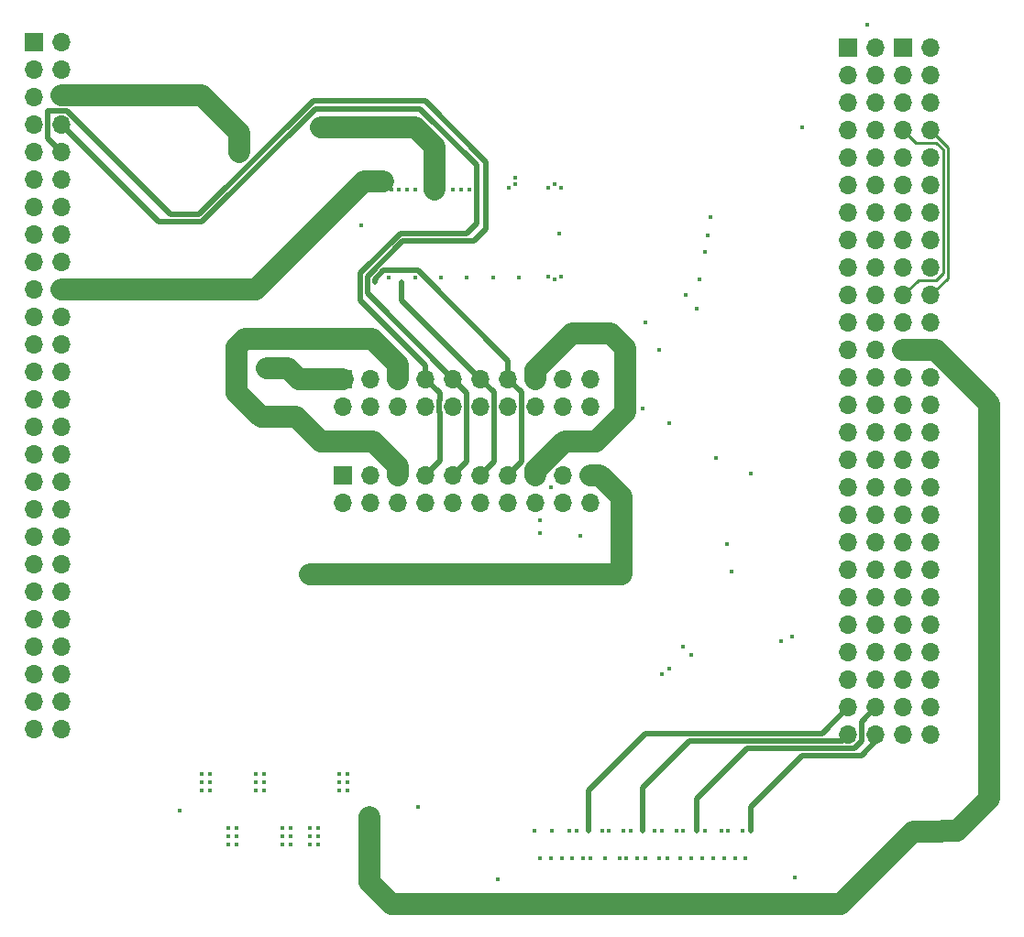
<source format=gbr>
%TF.GenerationSoftware,KiCad,Pcbnew,7.0.8*%
%TF.CreationDate,2024-04-10T10:35:42+02:00*%
%TF.ProjectId,ESLGSU_Adapter,45534c47-5355-45f4-9164-61707465722e,rev?*%
%TF.SameCoordinates,Original*%
%TF.FileFunction,Copper,L3,Inr*%
%TF.FilePolarity,Positive*%
%FSLAX46Y46*%
G04 Gerber Fmt 4.6, Leading zero omitted, Abs format (unit mm)*
G04 Created by KiCad (PCBNEW 7.0.8) date 2024-04-10 10:35:42*
%MOMM*%
%LPD*%
G01*
G04 APERTURE LIST*
%TA.AperFunction,ComponentPad*%
%ADD10R,1.700000X1.700000*%
%TD*%
%TA.AperFunction,ComponentPad*%
%ADD11O,1.700000X1.700000*%
%TD*%
%TA.AperFunction,ViaPad*%
%ADD12C,0.450000*%
%TD*%
%TA.AperFunction,Conductor*%
%ADD13C,0.254000*%
%TD*%
%TA.AperFunction,Conductor*%
%ADD14C,0.508000*%
%TD*%
%TA.AperFunction,Conductor*%
%ADD15C,2.000000*%
%TD*%
G04 APERTURE END LIST*
D10*
%TO.N,/CAN1_L*%
%TO.C,J5*%
X122245000Y-55890000D03*
D11*
%TO.N,unconnected-(J5-Pin_2-Pad2)*%
X124785000Y-55890000D03*
%TO.N,/CAN1_H*%
X122245000Y-58430000D03*
%TO.N,unconnected-(J5-Pin_4-Pad4)*%
X124785000Y-58430000D03*
%TO.N,unconnected-(J5-Pin_5-Pad5)*%
X122245000Y-60970000D03*
%TO.N,unconnected-(J5-Pin_6-Pad6)*%
X124785000Y-60970000D03*
%TO.N,unconnected-(J5-Pin_7-Pad7)*%
X122245000Y-63510000D03*
%TO.N,unconnected-(J5-Pin_8-Pad8)*%
X124785000Y-63510000D03*
%TO.N,unconnected-(J5-Pin_9-Pad9)*%
X122245000Y-66050000D03*
%TO.N,unconnected-(J5-Pin_10-Pad10)*%
X124785000Y-66050000D03*
%TO.N,unconnected-(J5-Pin_11-Pad11)*%
X122245000Y-68590000D03*
%TO.N,unconnected-(J5-Pin_12-Pad12)*%
X124785000Y-68590000D03*
%TO.N,/RS4851_A*%
X122245000Y-71130000D03*
%TO.N,/RS4852_A*%
X124785000Y-71130000D03*
%TO.N,/RS4851_B*%
X122245000Y-73670000D03*
%TO.N,/RS4852_B*%
X124785000Y-73670000D03*
%TO.N,unconnected-(J5-Pin_17-Pad17)*%
X122245000Y-76210000D03*
%TO.N,unconnected-(J5-Pin_18-Pad18)*%
X124785000Y-76210000D03*
%TO.N,/UART1_TX*%
X122245000Y-78750000D03*
%TO.N,/UART1_RX*%
X124785000Y-78750000D03*
%TO.N,/I2C1_SCL*%
X122245000Y-81290000D03*
%TO.N,unconnected-(J5-Pin_22-Pad22)*%
X124785000Y-81290000D03*
%TO.N,/I2C1_SDA*%
X122245000Y-83830000D03*
%TO.N,unconnected-(J5-Pin_24-Pad24)*%
X124785000Y-83830000D03*
%TO.N,/GPIO_1*%
X122245000Y-86370000D03*
X124785000Y-86370000D03*
%TO.N,unconnected-(J5-Pin_27-Pad27)*%
X122245000Y-88910000D03*
%TO.N,unconnected-(J5-Pin_28-Pad28)*%
X124785000Y-88910000D03*
%TO.N,unconnected-(J5-Pin_29-Pad29)*%
X122245000Y-91450000D03*
%TO.N,unconnected-(J5-Pin_30-Pad30)*%
X124785000Y-91450000D03*
%TO.N,unconnected-(J5-Pin_31-Pad31)*%
X122245000Y-93990000D03*
%TO.N,unconnected-(J5-Pin_32-Pad32)*%
X124785000Y-93990000D03*
%TO.N,/GPIO_2*%
X122245000Y-96530000D03*
%TO.N,GND*%
X124785000Y-96530000D03*
%TO.N,/GPIO_3*%
X122245000Y-99070000D03*
%TO.N,unconnected-(J5-Pin_36-Pad36)*%
X124785000Y-99070000D03*
%TO.N,/GPIO_4*%
X122245000Y-101610000D03*
%TO.N,unconnected-(J5-Pin_38-Pad38)*%
X124785000Y-101610000D03*
%TO.N,/UART2_TX*%
X122245000Y-104150000D03*
%TO.N,/UART2_RX*%
X124785000Y-104150000D03*
%TO.N,/I2C2_SDA*%
X122245000Y-106690000D03*
%TO.N,unconnected-(J5-Pin_42-Pad42)*%
X124785000Y-106690000D03*
%TO.N,/I2C2_SCL*%
X122245000Y-109230000D03*
%TO.N,unconnected-(J5-Pin_44-Pad44)*%
X124785000Y-109230000D03*
%TO.N,unconnected-(J5-Pin_45-Pad45)*%
X122245000Y-111770000D03*
%TO.N,unconnected-(J5-Pin_46-Pad46)*%
X124785000Y-111770000D03*
%TO.N,unconnected-(J5-Pin_47-Pad47)*%
X122245000Y-114310000D03*
%TO.N,unconnected-(J5-Pin_48-Pad48)*%
X124785000Y-114310000D03*
%TO.N,/5V_S2*%
X122245000Y-116850000D03*
%TO.N,/3V3_S2*%
X124785000Y-116850000D03*
%TO.N,/5V_S1*%
X122245000Y-119390000D03*
%TO.N,/3V3_S1*%
X124785000Y-119390000D03*
%TD*%
D10*
%TO.N,/CAN2_L*%
%TO.C,J6*%
X127325000Y-55890000D03*
D11*
%TO.N,unconnected-(J6-Pin_2-Pad2)*%
X129865000Y-55890000D03*
%TO.N,/CAN2_H*%
X127325000Y-58430000D03*
%TO.N,unconnected-(J6-Pin_4-Pad4)*%
X129865000Y-58430000D03*
%TO.N,/GPIO_5*%
X127325000Y-60970000D03*
%TO.N,/GPIO_6*%
X129865000Y-60970000D03*
%TO.N,/GPIO_7*%
X127325000Y-63510000D03*
%TO.N,/GPIO_8*%
X129865000Y-63510000D03*
%TO.N,/SPI1_MISO*%
X127325000Y-66050000D03*
%TO.N,/SPI1_MOSI*%
X129865000Y-66050000D03*
%TO.N,/SPI1_SCK*%
X127325000Y-68590000D03*
%TO.N,/SPI1_NSS*%
X129865000Y-68590000D03*
%TO.N,unconnected-(J6-Pin_13-Pad13)*%
X127325000Y-71130000D03*
%TO.N,unconnected-(J6-Pin_14-Pad14)*%
X129865000Y-71130000D03*
%TO.N,unconnected-(J6-Pin_15-Pad15)*%
X127325000Y-73670000D03*
%TO.N,unconnected-(J6-Pin_16-Pad16)*%
X129865000Y-73670000D03*
%TO.N,/GPIO_5*%
X127325000Y-76210000D03*
%TO.N,/GPIO_6*%
X129865000Y-76210000D03*
%TO.N,/GPIO_7*%
X127325000Y-78750000D03*
%TO.N,/GPIO_8*%
X129865000Y-78750000D03*
%TO.N,unconnected-(J6-Pin_21-Pad21)*%
X127325000Y-81290000D03*
%TO.N,unconnected-(J6-Pin_22-Pad22)*%
X129865000Y-81290000D03*
%TO.N,/BUS_CH1*%
X127325000Y-83830000D03*
X129865000Y-83830000D03*
%TO.N,/BUS_5V*%
X127325000Y-86370000D03*
X129865000Y-86370000D03*
%TO.N,/BUS_3V3*%
X127325000Y-88910000D03*
X129865000Y-88910000D03*
%TO.N,GND*%
X127325000Y-91450000D03*
X129865000Y-91450000D03*
X127325000Y-93990000D03*
X129865000Y-93990000D03*
%TO.N,unconnected-(J6-Pin_33-Pad33)*%
X127325000Y-96530000D03*
%TO.N,unconnected-(J6-Pin_34-Pad34)*%
X129865000Y-96530000D03*
%TO.N,unconnected-(J6-Pin_35-Pad35)*%
X127325000Y-99070000D03*
%TO.N,unconnected-(J6-Pin_36-Pad36)*%
X129865000Y-99070000D03*
%TO.N,unconnected-(J6-Pin_37-Pad37)*%
X127325000Y-101610000D03*
%TO.N,unconnected-(J6-Pin_38-Pad38)*%
X129865000Y-101610000D03*
%TO.N,unconnected-(J6-Pin_39-Pad39)*%
X127325000Y-104150000D03*
%TO.N,unconnected-(J6-Pin_40-Pad40)*%
X129865000Y-104150000D03*
%TO.N,unconnected-(J6-Pin_41-Pad41)*%
X127325000Y-106690000D03*
%TO.N,unconnected-(J6-Pin_42-Pad42)*%
X129865000Y-106690000D03*
%TO.N,unconnected-(J6-Pin_43-Pad43)*%
X127325000Y-109230000D03*
%TO.N,unconnected-(J6-Pin_44-Pad44)*%
X129865000Y-109230000D03*
%TO.N,/BUS_UNREG*%
X127325000Y-111770000D03*
X129865000Y-111770000D03*
%TO.N,/SPI2_MISO*%
X127325000Y-114310000D03*
%TO.N,/SPI2_MOSI*%
X129865000Y-114310000D03*
%TO.N,/SPI2_SCK*%
X127325000Y-116850000D03*
%TO.N,/SPI2_NSS*%
X129865000Y-116850000D03*
%TO.N,unconnected-(J6-Pin_51-Pad51)*%
X127325000Y-119390000D03*
%TO.N,unconnected-(J6-Pin_52-Pad52)*%
X129865000Y-119390000D03*
%TD*%
D10*
%TO.N,/BUS_UNREG*%
%TO.C,J7*%
X75570000Y-86460000D03*
D11*
%TO.N,GND*%
X78110000Y-86460000D03*
%TO.N,/BUS_5V*%
X80650000Y-86460000D03*
%TO.N,/5V_S1*%
X83190000Y-86460000D03*
%TO.N,/5V_S2*%
X85730000Y-86460000D03*
%TO.N,/3V3_S2*%
X88270000Y-86460000D03*
%TO.N,/3V3_S1*%
X90810000Y-86460000D03*
%TO.N,/BUS_3V3*%
X93350000Y-86460000D03*
%TO.N,GND*%
X95890000Y-86460000D03*
%TO.N,unconnected-(J7-Pin_10-Pad10)*%
X98430000Y-86460000D03*
%TO.N,/I2C1_SCL*%
X98430000Y-89000000D03*
%TO.N,GND*%
X95890000Y-89000000D03*
%TO.N,/I2C1_SDA*%
X93350000Y-89000000D03*
%TO.N,/GPIO_4*%
X90810000Y-89000000D03*
%TO.N,/GPIO_3*%
X88270000Y-89000000D03*
%TO.N,/GPIO_2*%
X85730000Y-89000000D03*
%TO.N,/GPIO_1*%
X83190000Y-89000000D03*
%TO.N,/RS4851_B*%
X80650000Y-89000000D03*
%TO.N,GND*%
X78110000Y-89000000D03*
%TO.N,/RS4851_A*%
X75570000Y-89000000D03*
%TD*%
D10*
%TO.N,unconnected-(J4-Pin_1-Pad1)*%
%TO.C,J4*%
X75570000Y-95380000D03*
D11*
%TO.N,GND*%
X78110000Y-95380000D03*
%TO.N,/BUS_5V*%
X80650000Y-95380000D03*
%TO.N,/5V_S1*%
X83190000Y-95380000D03*
%TO.N,/5V_S2*%
X85730000Y-95380000D03*
%TO.N,/3V3_S2*%
X88270000Y-95380000D03*
%TO.N,/3V3_S1*%
X90810000Y-95380000D03*
%TO.N,/BUS_3V3*%
X93350000Y-95380000D03*
%TO.N,GND*%
X95890000Y-95380000D03*
%TO.N,/BUS_UNREG*%
X98430000Y-95380000D03*
%TO.N,/I2C1_SCL*%
X98430000Y-97920000D03*
%TO.N,GND*%
X95890000Y-97920000D03*
%TO.N,/I2C1_SDA*%
X93350000Y-97920000D03*
%TO.N,/GPIO_4*%
X90810000Y-97920000D03*
%TO.N,/GPIO_3*%
X88270000Y-97920000D03*
%TO.N,/GPIO_2*%
X85730000Y-97920000D03*
%TO.N,/GPIO_1*%
X83190000Y-97920000D03*
%TO.N,/RS4851_B*%
X80650000Y-97920000D03*
%TO.N,GND*%
X78110000Y-97920000D03*
%TO.N,/RS4851_A*%
X75570000Y-97920000D03*
%TD*%
D10*
%TO.N,GND*%
%TO.C,J3*%
X46990000Y-55346600D03*
D11*
%TO.N,/BUS_UNREG*%
X49530000Y-55346600D03*
%TO.N,GND*%
X46990000Y-57886600D03*
%TO.N,/BUS_UNREG*%
X49530000Y-57886600D03*
%TO.N,GND*%
X46990000Y-60426600D03*
%TO.N,/BUS_5V*%
X49530000Y-60426600D03*
%TO.N,GND*%
X46990000Y-62966600D03*
%TO.N,/5V_S1*%
X49530000Y-62966600D03*
%TO.N,GND*%
X46990000Y-65506600D03*
%TO.N,/5V_S2*%
X49530000Y-65506600D03*
%TO.N,unconnected-(J3-Pin_11-Pad11)*%
X46990000Y-68046600D03*
%TO.N,unconnected-(J3-Pin_12-Pad12)*%
X49530000Y-68046600D03*
%TO.N,GND*%
X46990000Y-70586600D03*
%TO.N,/3V3_S1*%
X49530000Y-70586600D03*
%TO.N,GND*%
X46990000Y-73126600D03*
%TO.N,/3V3_S2*%
X49530000Y-73126600D03*
%TO.N,unconnected-(J3-Pin_17-Pad17)*%
X46990000Y-75666600D03*
%TO.N,unconnected-(J3-Pin_18-Pad18)*%
X49530000Y-75666600D03*
%TO.N,GND*%
X46990000Y-78206600D03*
%TO.N,/BUS_3V3*%
X49530000Y-78206600D03*
%TO.N,unconnected-(J3-Pin_21-Pad21)*%
X46990000Y-80746600D03*
%TO.N,unconnected-(J3-Pin_22-Pad22)*%
X49530000Y-80746600D03*
%TO.N,unconnected-(J3-Pin_23-Pad23)*%
X46990000Y-83286600D03*
%TO.N,unconnected-(J3-Pin_24-Pad24)*%
X49530000Y-83286600D03*
%TO.N,unconnected-(J3-Pin_25-Pad25)*%
X46990000Y-85826600D03*
%TO.N,unconnected-(J3-Pin_26-Pad26)*%
X49530000Y-85826600D03*
%TO.N,unconnected-(J3-Pin_27-Pad27)*%
X46990000Y-88366600D03*
%TO.N,unconnected-(J3-Pin_28-Pad28)*%
X49530000Y-88366600D03*
%TO.N,unconnected-(J3-Pin_29-Pad29)*%
X46990000Y-90906600D03*
%TO.N,/GPIO_5*%
X49530000Y-90906600D03*
%TO.N,unconnected-(J3-Pin_31-Pad31)*%
X46990000Y-93446600D03*
%TO.N,/GPIO_4*%
X49530000Y-93446600D03*
%TO.N,unconnected-(J3-Pin_33-Pad33)*%
X46990000Y-95986600D03*
%TO.N,/GPIO_3*%
X49530000Y-95986600D03*
%TO.N,unconnected-(J3-Pin_35-Pad35)*%
X46990000Y-98526600D03*
%TO.N,/GPIO_1*%
X49530000Y-98526600D03*
%TO.N,unconnected-(J3-Pin_37-Pad37)*%
X46990000Y-101066600D03*
%TO.N,/CAN1_L*%
X49530000Y-101066600D03*
%TO.N,GND*%
X46990000Y-103606600D03*
%TO.N,/CAN1_H*%
X49530000Y-103606600D03*
%TO.N,unconnected-(J3-Pin_41-Pad41)*%
X46990000Y-106146600D03*
%TO.N,/UART1_RX*%
X49530000Y-106146600D03*
%TO.N,unconnected-(J3-Pin_43-Pad43)*%
X46990000Y-108686600D03*
%TO.N,/UART1_TX*%
X49530000Y-108686600D03*
%TO.N,GND*%
X46990000Y-111226600D03*
%TO.N,/I2C1_SDA*%
X49530000Y-111226600D03*
%TO.N,unconnected-(J3-Pin_47-Pad47)*%
X46990000Y-113766600D03*
%TO.N,/I2C1_SCL*%
X49530000Y-113766600D03*
%TO.N,unconnected-(J3-Pin_49-Pad49)*%
X46990000Y-116306600D03*
%TO.N,/GPIO_2*%
X49530000Y-116306600D03*
%TO.N,unconnected-(J3-Pin_51-Pad51)*%
X46990000Y-118846600D03*
%TO.N,unconnected-(J3-Pin_52-Pad52)*%
X49530000Y-118846600D03*
%TD*%
D12*
%TO.N,GND*%
X86500000Y-69000000D03*
X68250000Y-123750000D03*
X82250000Y-69000000D03*
X89850000Y-132750000D03*
X76000000Y-123750000D03*
X67500000Y-123750000D03*
X85750000Y-69000000D03*
X75250000Y-123000000D03*
X79800000Y-77100000D03*
X75250000Y-124500000D03*
X105500000Y-130750000D03*
X89400000Y-77100000D03*
X87000000Y-77100000D03*
X81500000Y-69000000D03*
X93750000Y-130750000D03*
X87250000Y-69000000D03*
X82200000Y-77100000D03*
X84600000Y-77100000D03*
X76000000Y-123000000D03*
X110750000Y-130750000D03*
X94500000Y-77000000D03*
X76000000Y-124500000D03*
X75250000Y-123750000D03*
X117300000Y-132550000D03*
X68250000Y-124500000D03*
X91800000Y-77100000D03*
X68250000Y-123000000D03*
X80750000Y-69000000D03*
X67500000Y-124500000D03*
X60500000Y-126400000D03*
X101121497Y-130750000D03*
X82500000Y-126000000D03*
X67500000Y-123000000D03*
%TO.N,/GPIO_8*%
X90900000Y-68800000D03*
X93250000Y-128250000D03*
%TO.N,/GPIO_7*%
X94750000Y-130750000D03*
X91500000Y-68500000D03*
X124000000Y-53750000D03*
%TO.N,/GPIO_6*%
X94878503Y-128250000D03*
X91500000Y-67871497D03*
%TO.N,/GPIO_5*%
X95750000Y-130750000D03*
X77250000Y-72277000D03*
%TO.N,/GPIO_4*%
X93750000Y-99500000D03*
X118000000Y-63250000D03*
X96500000Y-128250000D03*
%TO.N,/GPIO_3*%
X93750000Y-100750000D03*
X96750000Y-130750000D03*
%TO.N,/GPIO_2*%
X94750000Y-96500000D03*
X97128503Y-128250000D03*
%TO.N,/GPIO_1*%
X97500000Y-101000000D03*
X97750000Y-130750000D03*
%TO.N,/5V_S2*%
X98250000Y-128250000D03*
X103249998Y-89250000D03*
%TO.N,/SPI2_NSS*%
X98378503Y-130750000D03*
%TO.N,/SPI2_SCK*%
X99500000Y-128250000D03*
%TO.N,/SPI2_MOSI*%
X99750000Y-130750000D03*
%TO.N,/SPI2_MISO*%
X100128503Y-128250000D03*
%TO.N,/SPI1_NSS*%
X101500000Y-128250000D03*
X95500000Y-73000000D03*
%TO.N,/SPI1_SCK*%
X101750000Y-130750000D03*
X94500000Y-68800000D03*
%TO.N,/SPI1_MOSI*%
X102128503Y-128250000D03*
X95700000Y-68800000D03*
%TO.N,/SPI1_MISO*%
X95100000Y-68500000D03*
X102750000Y-130750000D03*
%TO.N,/5V_S1*%
X103250000Y-128250000D03*
X105658002Y-90592000D03*
%TO.N,/I2C2_SDA*%
X103500000Y-130750000D03*
%TO.N,/I2C2_SCL*%
X104371497Y-128250000D03*
%TO.N,/I2C1_SDA*%
X104750000Y-83750000D03*
X95700000Y-77000000D03*
X105719000Y-113219000D03*
X104750000Y-130750000D03*
%TO.N,/I2C1_SCL*%
X105000000Y-113750000D03*
X105000000Y-128250000D03*
X103500000Y-81250000D03*
X95100000Y-77299988D03*
%TO.N,/UART2_RX*%
X106371497Y-128250000D03*
%TO.N,/UART2_TX*%
X106750000Y-130750000D03*
%TO.N,/UART1_RX*%
X107000000Y-111250000D03*
X107250000Y-78750000D03*
X107000000Y-128250000D03*
%TO.N,/UART1_TX*%
X107719000Y-112000000D03*
X108250000Y-80000000D03*
X107750000Y-130750000D03*
%TO.N,/3V3_S2*%
X108250000Y-128250000D03*
X81000000Y-77500000D03*
X110000000Y-93750000D03*
%TO.N,/RS4852_B*%
X108750000Y-130750000D03*
X109000000Y-74750000D03*
%TO.N,/RS4852_A*%
X108500000Y-77250000D03*
X109000000Y-128250000D03*
%TO.N,/RS4851_B*%
X109250000Y-73250000D03*
X109750000Y-130750000D03*
X111000000Y-101750000D03*
%TO.N,/RS4851_A*%
X110500000Y-128250000D03*
X109500000Y-71500000D03*
X111462000Y-104250000D03*
%TO.N,/CAN2_H*%
X111128503Y-128250000D03*
%TO.N,/CAN2_L*%
X111750000Y-130750000D03*
%TO.N,/CAN1_H*%
X112500000Y-128250000D03*
X116000000Y-110750000D03*
%TO.N,/CAN1_L*%
X112750000Y-130750000D03*
X117000000Y-110250000D03*
%TO.N,/3V3_S1*%
X78500000Y-77500000D03*
X113250000Y-95250000D03*
X113250000Y-128250000D03*
%TO.N,/BUS_CH1*%
X78250000Y-128000000D03*
X78250000Y-128750000D03*
X78250000Y-129500000D03*
X77500000Y-129500000D03*
X77500000Y-128750000D03*
X77500000Y-128000000D03*
%TO.N,/BUS_UNREG*%
X69750000Y-85750000D03*
X73250000Y-104000000D03*
X73750000Y-63750000D03*
X84750000Y-69000000D03*
X73250000Y-128000000D03*
X83250000Y-69000000D03*
X70000000Y-129500000D03*
X72500000Y-104750000D03*
X73250000Y-128750000D03*
X74000000Y-104000000D03*
X70750000Y-128750000D03*
X68250000Y-85000000D03*
X74500000Y-63000000D03*
X73250000Y-129500000D03*
X72500000Y-128750000D03*
X70000000Y-128000000D03*
X69000000Y-85000000D03*
X74500000Y-63750000D03*
X69000000Y-85750000D03*
X70000000Y-128750000D03*
X73250000Y-104750000D03*
X69750000Y-85000000D03*
X73750000Y-63000000D03*
X73000000Y-63000000D03*
X84000000Y-69000000D03*
X73000000Y-63750000D03*
X72500000Y-104000000D03*
X70750000Y-128000000D03*
X72500000Y-128000000D03*
X74000000Y-104750000D03*
X72500000Y-129500000D03*
X68250000Y-85750000D03*
X70750000Y-129500000D03*
%TO.N,/BUS_5V*%
X65250000Y-64000000D03*
X66000000Y-64750000D03*
X65250000Y-86500000D03*
X66000000Y-85750000D03*
X65750000Y-128750000D03*
X66000000Y-85000000D03*
X65750000Y-129500000D03*
X65000000Y-129500000D03*
X65250000Y-64750000D03*
X66000000Y-86500000D03*
X66000000Y-64000000D03*
X65250000Y-85000000D03*
X65250000Y-65500000D03*
X66000000Y-65500000D03*
X65250000Y-85750000D03*
X65000000Y-128000000D03*
X65000000Y-128750000D03*
X65750000Y-128000000D03*
%TO.N,/BUS_3V3*%
X63250000Y-123750000D03*
X78500000Y-68250000D03*
X62500000Y-123000000D03*
X62500000Y-123750000D03*
X78500000Y-69000000D03*
X79250000Y-69000000D03*
X63250000Y-123000000D03*
X62500000Y-124500000D03*
X79250000Y-68250000D03*
X80000000Y-68250000D03*
X80000000Y-69000000D03*
X63250000Y-124500000D03*
%TD*%
D13*
%TO.N,/GPIO_8*%
X131396000Y-65041000D02*
X129865000Y-63510000D01*
X129865000Y-78750000D02*
X131396000Y-77219000D01*
X131396000Y-77219000D02*
X131396000Y-65041000D01*
%TO.N,/GPIO_7*%
X128742656Y-77332344D02*
X130367656Y-77332344D01*
X130367656Y-77332344D02*
X130992000Y-76708000D01*
X130992000Y-76708000D02*
X130992000Y-65289516D01*
X127325000Y-78750000D02*
X128742656Y-77332344D01*
X130334828Y-64632344D02*
X128447344Y-64632344D01*
X128447344Y-64632344D02*
X127325000Y-63510000D01*
X130992000Y-65289516D02*
X130334828Y-64632344D01*
D14*
%TO.N,/5V_S2*%
X59673527Y-71297039D02*
X62272409Y-71297039D01*
X103500000Y-119250000D02*
X98250000Y-124500000D01*
X87680552Y-73750000D02*
X81069447Y-73750000D01*
X85730000Y-95380000D02*
X87000000Y-94110000D01*
X48276000Y-64252600D02*
X48276000Y-61724000D01*
X77842000Y-78572000D02*
X85730000Y-86460000D01*
X72819448Y-60750000D02*
X83150000Y-60750000D01*
X119845000Y-119250000D02*
X103500000Y-119250000D01*
X48276000Y-61724000D02*
X48324056Y-61675944D01*
X49530000Y-65506600D02*
X48276000Y-64252600D01*
X88800000Y-66400000D02*
X88800000Y-72630552D01*
X81069447Y-73750000D02*
X77842000Y-76977447D01*
X122245000Y-116850000D02*
X119845000Y-119250000D01*
X87000000Y-94110000D02*
X87000000Y-87730000D01*
X77842000Y-76977447D02*
X77842000Y-78572000D01*
X88800000Y-72630552D02*
X87680552Y-73750000D01*
X87000000Y-87730000D02*
X85730000Y-86460000D01*
X50052432Y-61675944D02*
X59673527Y-71297039D01*
X83150000Y-60750000D02*
X88800000Y-66400000D01*
X48324056Y-61675944D02*
X50052432Y-61675944D01*
X98250000Y-124500000D02*
X98250000Y-128250000D01*
X62272409Y-71297039D02*
X72819448Y-60750000D01*
%TO.N,/5V_S1*%
X82700000Y-61500000D02*
X73000000Y-61500000D01*
X83190000Y-95380000D02*
X84500000Y-94070000D01*
X84476000Y-89517776D02*
X84476000Y-88482224D01*
X107518656Y-119981344D02*
X103250000Y-124250000D01*
X84500000Y-88458224D02*
X84500000Y-87770000D01*
X87000000Y-73000000D02*
X87908000Y-72092000D01*
X58518439Y-71955039D02*
X49530000Y-62966600D01*
X62544961Y-71955039D02*
X58518439Y-71955039D01*
X73000000Y-61500000D02*
X62544961Y-71955039D01*
X83190000Y-86460000D02*
X83190000Y-85190000D01*
X122245000Y-119390000D02*
X121653656Y-119981344D01*
X103250000Y-124250000D02*
X103250000Y-128250000D01*
X84500000Y-94070000D02*
X84500000Y-89541776D01*
X121653656Y-119981344D02*
X107518656Y-119981344D01*
X84500000Y-89541776D02*
X84476000Y-89517776D01*
X83190000Y-85190000D02*
X77184000Y-79184000D01*
X87908000Y-66708000D02*
X82700000Y-61500000D01*
X77184000Y-79184000D02*
X77184000Y-76704895D01*
X87908000Y-72092000D02*
X87908000Y-66708000D01*
X84476000Y-88482224D02*
X84500000Y-88458224D01*
X80888895Y-73000000D02*
X87000000Y-73000000D01*
X77184000Y-76704895D02*
X80888895Y-73000000D01*
X84500000Y-87770000D02*
X83190000Y-86460000D01*
%TO.N,/3V3_S2*%
X124785000Y-116850000D02*
X123499000Y-118136000D01*
X108250000Y-125250000D02*
X108250000Y-128250000D01*
X88270000Y-86460000D02*
X88229447Y-86460000D01*
X88229447Y-86460000D02*
X81000000Y-79230553D01*
X123499000Y-118136000D02*
X123499000Y-119907776D01*
X112860656Y-120639344D02*
X108250000Y-125250000D01*
X89524000Y-94126000D02*
X89524000Y-87714000D01*
X123499000Y-119907776D02*
X122767432Y-120639344D01*
X81000000Y-79230553D02*
X81000000Y-77500000D01*
X88270000Y-95380000D02*
X89524000Y-94126000D01*
X122767432Y-120639344D02*
X112860656Y-120639344D01*
X89524000Y-87714000D02*
X88270000Y-86460000D01*
%TO.N,/3V3_S1*%
X78500000Y-77250000D02*
X78500000Y-77500000D01*
X92064000Y-94126000D02*
X92064000Y-87714000D01*
X79308000Y-76442000D02*
X78500000Y-77250000D01*
X117952656Y-121297344D02*
X113250000Y-126000000D01*
X82472553Y-76442000D02*
X79308000Y-76442000D01*
X124785000Y-119390000D02*
X124785000Y-119965000D01*
X90810000Y-95380000D02*
X92064000Y-94126000D01*
X90810000Y-84779447D02*
X82472553Y-76442000D01*
X123452656Y-121297344D02*
X117952656Y-121297344D01*
X113250000Y-126000000D02*
X113250000Y-128250000D01*
X90810000Y-86460000D02*
X90810000Y-84779447D01*
X124785000Y-119965000D02*
X123452656Y-121297344D01*
X92064000Y-87714000D02*
X90810000Y-86460000D01*
D15*
%TO.N,/BUS_CH1*%
X132300776Y-128199224D02*
X130894267Y-128199224D01*
X135250000Y-103750000D02*
X135250000Y-125250000D01*
X78000000Y-133000000D02*
X78000000Y-127000000D01*
X135250000Y-88750000D02*
X135250000Y-103750000D01*
X130330000Y-83830000D02*
X135250000Y-88750000D01*
X121500000Y-135000000D02*
X80000000Y-135000000D01*
X130781152Y-128312339D02*
X128187661Y-128312339D01*
X135250000Y-125250000D02*
X132300776Y-128199224D01*
X127325000Y-83830000D02*
X130330000Y-83830000D01*
X80000000Y-135000000D02*
X78000000Y-133000000D01*
X130894267Y-128199224D02*
X130781152Y-128312339D01*
X128187661Y-128312339D02*
X121500000Y-135000000D01*
%TO.N,/BUS_UNREG*%
X82250000Y-63250000D02*
X73500000Y-63250000D01*
X70500000Y-85500000D02*
X68500000Y-85500000D01*
X98430000Y-95380000D02*
X99280000Y-95380000D01*
X84000000Y-69000000D02*
X84000000Y-65000000D01*
X101250000Y-97350000D02*
X101250000Y-104500000D01*
X75570000Y-86460000D02*
X71460000Y-86460000D01*
X99280000Y-95380000D02*
X101250000Y-97350000D01*
X101250000Y-104500000D02*
X72500000Y-104500000D01*
X71460000Y-86460000D02*
X70500000Y-85500000D01*
X84000000Y-65000000D02*
X82250000Y-63250000D01*
%TO.N,/BUS_5V*%
X66500000Y-82750000D02*
X78250000Y-82750000D01*
X80650000Y-95380000D02*
X80650000Y-94534656D01*
X80650000Y-94534656D02*
X78365344Y-92250000D01*
X71250000Y-90000000D02*
X68000000Y-90000000D01*
X68000000Y-90000000D02*
X65750000Y-87750000D01*
X65750000Y-87750000D02*
X65750000Y-83500000D01*
X66000000Y-65500000D02*
X66000000Y-63750000D01*
X78365344Y-92250000D02*
X73500000Y-92250000D01*
X78250000Y-82750000D02*
X80650000Y-85150000D01*
X66000000Y-63750000D02*
X62521944Y-60271944D01*
X65750000Y-83500000D02*
X66500000Y-82750000D01*
X62521944Y-60271944D02*
X49530000Y-60271944D01*
X73500000Y-92250000D02*
X71250000Y-90000000D01*
X80650000Y-85150000D02*
X80650000Y-86460000D01*
%TO.N,/BUS_3V3*%
X96714656Y-82250000D02*
X93350000Y-85614656D01*
X67543400Y-78206600D02*
X77500000Y-68250000D01*
X93350000Y-94900000D02*
X96000000Y-92250000D01*
X98927556Y-92250000D02*
X101596000Y-89581556D01*
X101596000Y-83596000D02*
X100250000Y-82250000D01*
X77500000Y-68250000D02*
X79250000Y-68250000D01*
X93350000Y-95380000D02*
X93350000Y-94900000D01*
X101596000Y-89581556D02*
X101596000Y-83596000D01*
X96000000Y-92250000D02*
X98927556Y-92250000D01*
X100250000Y-82250000D02*
X96714656Y-82250000D01*
X93350000Y-85614656D02*
X93350000Y-86460000D01*
X49530000Y-78206600D02*
X67543400Y-78206600D01*
%TD*%
M02*

</source>
